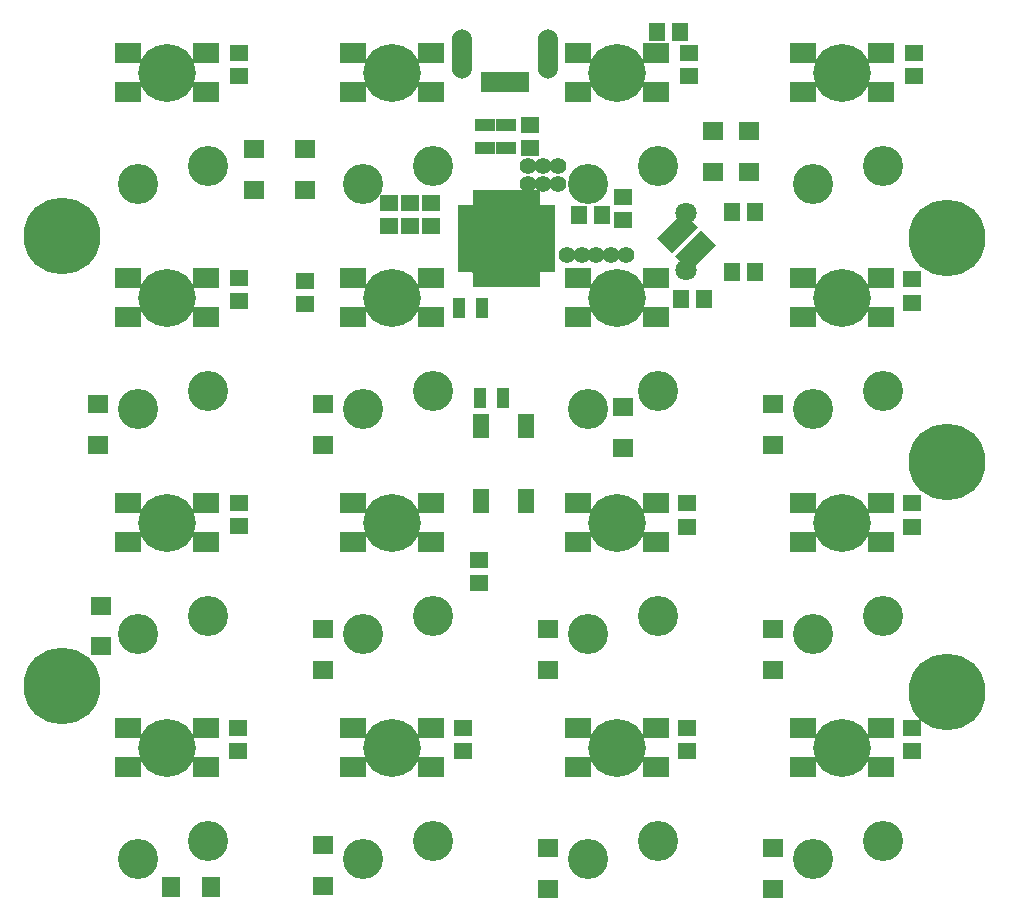
<source format=gbr>
G04 #@! TF.FileFunction,Soldermask,Bot*
%FSLAX46Y46*%
G04 Gerber Fmt 4.6, Leading zero omitted, Abs format (unit mm)*
G04 Created by KiCad (PCBNEW 4.0.5) date 02/28/17 13:31:52*
%MOMM*%
%LPD*%
G01*
G04 APERTURE LIST*
%ADD10C,0.100000*%
%ADD11C,1.400000*%
%ADD12C,1.800000*%
%ADD13R,1.800000X1.600000*%
%ADD14R,1.600000X1.800000*%
%ADD15R,1.400000X1.650000*%
%ADD16R,1.650000X1.400000*%
%ADD17R,0.900000X1.800000*%
%ADD18O,1.700000X4.200000*%
%ADD19O,3.400000X3.400000*%
%ADD20R,1.100000X1.700000*%
%ADD21R,1.700000X1.100000*%
%ADD22R,1.400000X2.100000*%
%ADD23R,2.200000X1.800000*%
%ADD24C,4.900000*%
%ADD25R,0.700000X1.350000*%
%ADD26R,1.350000X0.700000*%
%ADD27R,5.800000X5.800000*%
%ADD28C,6.500000*%
G04 APERTURE END LIST*
D10*
D11*
X83393750Y-54093750D03*
X84643750Y-54093750D03*
X85893750Y-54093750D03*
X82143750Y-54093750D03*
X80893750Y-54093750D03*
D12*
X91025750Y-50475750D03*
X91025750Y-55375750D03*
D13*
X54449750Y-48529750D03*
X54449750Y-45129750D03*
X41241750Y-66719750D03*
X41241750Y-70119750D03*
X41443750Y-83793750D03*
X41443750Y-87193750D03*
D14*
X47393750Y-107593750D03*
X50793750Y-107593750D03*
D13*
X58767750Y-48529750D03*
X58767750Y-45129750D03*
X60291750Y-66719750D03*
X60291750Y-70119750D03*
X60291750Y-85769750D03*
X60291750Y-89169750D03*
X60291750Y-104057750D03*
X60291750Y-107457750D03*
X93311750Y-47005750D03*
X93311750Y-43605750D03*
X85691750Y-66973750D03*
X85691750Y-70373750D03*
X79341750Y-85769750D03*
X79341750Y-89169750D03*
X79341750Y-104311750D03*
X79341750Y-107711750D03*
X96359750Y-47005750D03*
X96359750Y-43605750D03*
X98391750Y-66719750D03*
X98391750Y-70119750D03*
X98391750Y-85769750D03*
X98391750Y-89169750D03*
X98391750Y-104311750D03*
X98391750Y-107711750D03*
D15*
X94851750Y-50385750D03*
X96851750Y-50385750D03*
X94851750Y-55465750D03*
X96851750Y-55465750D03*
D16*
X69435750Y-49639750D03*
X69435750Y-51639750D03*
D15*
X81897750Y-50639750D03*
X83897750Y-50639750D03*
D16*
X67657750Y-49639750D03*
X67657750Y-51639750D03*
X65879750Y-49639750D03*
X65879750Y-51639750D03*
X85691750Y-51131750D03*
X85691750Y-49131750D03*
X53179750Y-38939750D03*
X53179750Y-36939750D03*
D15*
X90501750Y-35145750D03*
X88501750Y-35145750D03*
D16*
X91279750Y-38939750D03*
X91279750Y-36939750D03*
X110329750Y-38939750D03*
X110329750Y-36939750D03*
X53179750Y-57989750D03*
X53179750Y-55989750D03*
X58767750Y-58243750D03*
X58767750Y-56243750D03*
D15*
X92533750Y-57751750D03*
X90533750Y-57751750D03*
D16*
X110093750Y-58093750D03*
X110093750Y-56093750D03*
X53179750Y-77039750D03*
X53179750Y-75039750D03*
X73499750Y-81865750D03*
X73499750Y-79865750D03*
X91093750Y-77093750D03*
X91093750Y-75093750D03*
X110093750Y-77093750D03*
X110093750Y-75093750D03*
X53093750Y-94093750D03*
X53093750Y-96093750D03*
X72093750Y-94093750D03*
X72093750Y-96093750D03*
X91093750Y-94093750D03*
X91093750Y-96093750D03*
X110093750Y-94093750D03*
X110093750Y-96093750D03*
X77817750Y-45035750D03*
X77817750Y-43035750D03*
D17*
X74093750Y-39453750D03*
X74893750Y-39453750D03*
X75693750Y-39453750D03*
X76493750Y-39453750D03*
X77293750Y-39453750D03*
D18*
X72043750Y-37053750D03*
X79343750Y-37053750D03*
D19*
X50488750Y-46543750D03*
X44563750Y-48063750D03*
X50488750Y-65593750D03*
X44563750Y-67113750D03*
X50488750Y-84643750D03*
X44563750Y-86163750D03*
X50488750Y-103693750D03*
X44563750Y-105213750D03*
X69538750Y-46543750D03*
X63613750Y-48063750D03*
X69538750Y-65593750D03*
X63613750Y-67113750D03*
X69538750Y-84643750D03*
X63613750Y-86163750D03*
X69538750Y-103693750D03*
X63613750Y-105213750D03*
X88588750Y-46543750D03*
X82663750Y-48063750D03*
X88588750Y-65593750D03*
X82663750Y-67113750D03*
X88588750Y-84643750D03*
X82663750Y-86163750D03*
X88588750Y-103693750D03*
X82663750Y-105213750D03*
X107638750Y-46543750D03*
X101713750Y-48063750D03*
X107638750Y-65593750D03*
X101713750Y-67113750D03*
X107638750Y-84643750D03*
X101713750Y-86163750D03*
X107638750Y-103693750D03*
X101713750Y-105213750D03*
D20*
X73565750Y-66133750D03*
X75465750Y-66133750D03*
X71787750Y-58513750D03*
X73687750Y-58513750D03*
D21*
X74007750Y-44985750D03*
X74007750Y-43085750D03*
X75785750Y-44985750D03*
X75785750Y-43085750D03*
D22*
X77431750Y-74871750D03*
X77431750Y-68571750D03*
X73631750Y-74871750D03*
X73631750Y-68571750D03*
D23*
X107533750Y-94125000D03*
X107533750Y-97425000D03*
X100933750Y-97425000D03*
X100933750Y-94125000D03*
D24*
X104233750Y-95775000D03*
D23*
X88483750Y-94125000D03*
X88483750Y-97425000D03*
X81883750Y-97425000D03*
X81883750Y-94125000D03*
D24*
X85183750Y-95775000D03*
D23*
X69433750Y-94125000D03*
X69433750Y-97425000D03*
X62833750Y-97425000D03*
X62833750Y-94125000D03*
D24*
X66133750Y-95775000D03*
D23*
X50383750Y-94125000D03*
X50383750Y-97425000D03*
X43783750Y-97425000D03*
X43783750Y-94125000D03*
D24*
X47083750Y-95775000D03*
D23*
X107533750Y-75080000D03*
X107533750Y-78380000D03*
X100933750Y-78380000D03*
X100933750Y-75080000D03*
D24*
X104233750Y-76730000D03*
D23*
X88483750Y-75080000D03*
X88483750Y-78380000D03*
X81883750Y-78380000D03*
X81883750Y-75080000D03*
D24*
X85183750Y-76730000D03*
D23*
X69433750Y-75080000D03*
X69433750Y-78380000D03*
X62833750Y-78380000D03*
X62833750Y-75080000D03*
D24*
X66133750Y-76730000D03*
D23*
X50383750Y-75080000D03*
X50383750Y-78380000D03*
X43783750Y-78380000D03*
X43783750Y-75080000D03*
D24*
X47083750Y-76730000D03*
D23*
X107533750Y-56040000D03*
X107533750Y-59340000D03*
X100933750Y-59340000D03*
X100933750Y-56040000D03*
D24*
X104233750Y-57690000D03*
D23*
X88483750Y-56040000D03*
X88483750Y-59340000D03*
X81883750Y-59340000D03*
X81883750Y-56040000D03*
D24*
X85183750Y-57690000D03*
D23*
X69433750Y-56040000D03*
X69433750Y-59340000D03*
X62833750Y-59340000D03*
X62833750Y-56040000D03*
D24*
X66133750Y-57690000D03*
D23*
X50383750Y-56040000D03*
X50383750Y-59340000D03*
X43783750Y-59340000D03*
X43783750Y-56040000D03*
D24*
X47083750Y-57690000D03*
D23*
X107533750Y-36980000D03*
X107533750Y-40280000D03*
X100933750Y-40280000D03*
X100933750Y-36980000D03*
D24*
X104233750Y-38630000D03*
D23*
X88483750Y-36980000D03*
X88483750Y-40280000D03*
X81883750Y-40280000D03*
X81883750Y-36980000D03*
D24*
X85183750Y-38630000D03*
D23*
X69433750Y-36980000D03*
X69433750Y-40280000D03*
X62833750Y-40280000D03*
X62833750Y-36980000D03*
D24*
X66133750Y-38630000D03*
D23*
X50383750Y-36980000D03*
X50383750Y-40280000D03*
X43783750Y-40280000D03*
X43783750Y-36980000D03*
D24*
X47083750Y-38630000D03*
D25*
X73285750Y-49271750D03*
X73785750Y-49271750D03*
X74285750Y-49271750D03*
X74785750Y-49271750D03*
X75285750Y-49271750D03*
X75785750Y-49271750D03*
X76285750Y-49271750D03*
X76785750Y-49271750D03*
X77285750Y-49271750D03*
X77785750Y-49271750D03*
X78285750Y-49271750D03*
D26*
X79185750Y-50171750D03*
X79185750Y-50671750D03*
X79185750Y-51171750D03*
X79185750Y-51671750D03*
X79185750Y-52171750D03*
X79185750Y-52671750D03*
X79185750Y-53171750D03*
X79185750Y-53671750D03*
X79185750Y-54171750D03*
X79185750Y-54671750D03*
X79185750Y-55171750D03*
D25*
X78285750Y-56071750D03*
X77785750Y-56071750D03*
X77285750Y-56071750D03*
X76785750Y-56071750D03*
X76285750Y-56071750D03*
X75785750Y-56071750D03*
X75285750Y-56071750D03*
X74785750Y-56071750D03*
X74285750Y-56071750D03*
X73785750Y-56071750D03*
X73285750Y-56071750D03*
D26*
X72385750Y-55171750D03*
X72385750Y-54671750D03*
X72385750Y-54171750D03*
X72385750Y-53671750D03*
X72385750Y-53171750D03*
X72385750Y-52671750D03*
X72385750Y-52171750D03*
X72385750Y-51671750D03*
X72385750Y-51171750D03*
X72385750Y-50671750D03*
X72385750Y-50171750D03*
D27*
X75785750Y-52671750D03*
D10*
G36*
X89629214Y-51493859D02*
X90725230Y-50397843D01*
X91998022Y-51670635D01*
X90902006Y-52766651D01*
X89629214Y-51493859D01*
X89629214Y-51493859D01*
G37*
G36*
X90053478Y-54180865D02*
X91149494Y-53084849D01*
X92422286Y-54357641D01*
X91326270Y-55453657D01*
X90053478Y-54180865D01*
X90053478Y-54180865D01*
G37*
G36*
X91184849Y-53049494D02*
X92280865Y-51953478D01*
X93553657Y-53226270D01*
X92457641Y-54322286D01*
X91184849Y-53049494D01*
X91184849Y-53049494D01*
G37*
G36*
X88497843Y-52625230D02*
X89593859Y-51529214D01*
X90866651Y-52802006D01*
X89770635Y-53898022D01*
X88497843Y-52625230D01*
X88497843Y-52625230D01*
G37*
D11*
X77643750Y-48043750D03*
X77643750Y-46543750D03*
X78893750Y-48043750D03*
X78893750Y-46543750D03*
X80143750Y-48043750D03*
X80143750Y-46543750D03*
D28*
X38193750Y-52481250D03*
X38193750Y-90581250D03*
X113093750Y-71593750D03*
X113093750Y-52593750D03*
X113093750Y-91093750D03*
M02*

</source>
